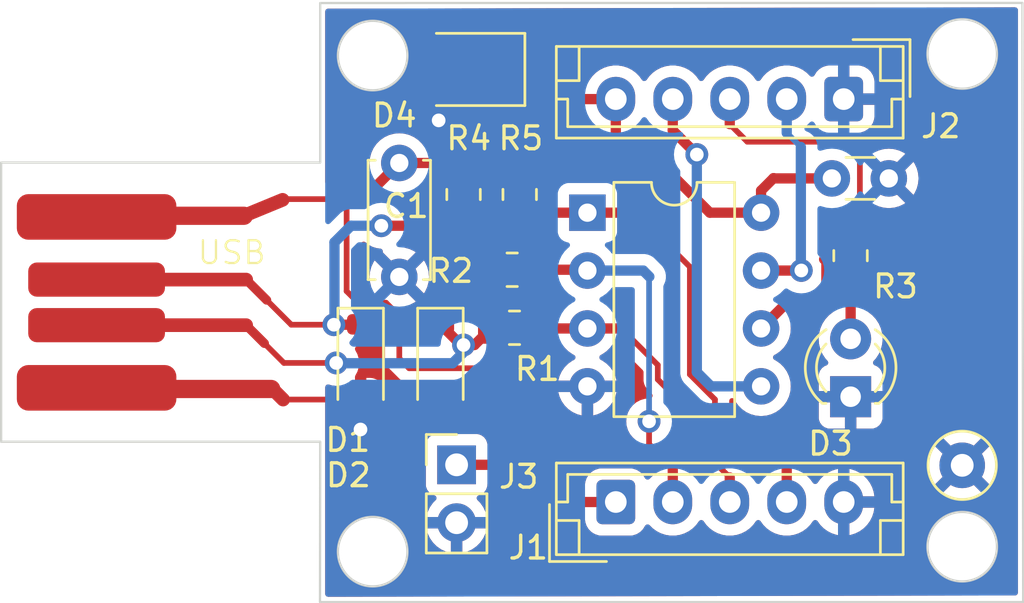
<source format=kicad_pcb>
(kicad_pcb (version 20240108) (generator "pcbnew") (generator_version "8.0")
  (title_block (title "Attinny USB") (date "2024-03-06") (rev "0.01") (company "Individual"))
  (layers (0 "F.Cu" signal) (31 "B.Cu" mixed) (34 "B.Paste" user) (35 "F.Paste" user) (36 "B.SilkS" user "B.Silkscreen") (37 "F.SilkS" user "F.Silkscreen") (38 "B.Mask" user) (39 "F.Mask" user) (44 "Edge.Cuts" user))
  (net 0 "")
  (net 1 "+5V")
  (net 2 "GND")
  (net 3 "Net-(D1-K)")
  (net 4 "Net-(D2-K)")
  (net 5 "Net-(D3-A)")
  (net 6 "Net-(J1-Pin_2)")
  (net 7 "Net-(J1-Pin_3)")
  (net 8 "Net-(J1-Pin_4)")
  (net 9 "Net-(J2-Pin_2)")
  (net 10 "Net-(J2-Pin_3)")
  (net 11 "Net-(J2-Pin_4)")
  (footprint "Connector_JST:JST_EH_B5B-EH-A_1x05_P2.50mm_Vertical" (layer "F.Cu") (at 163.62 88.88 180)
    (property "Reference" "J2" (at -4.26 -1.19 180) (layer "F.SilkS"))
    (property "Value" "Conn_01")
    (fp_line (start 12.61 2.31) (end 12.61 -1.71) (stroke (width 0.12)) (layer "F.SilkS"))
    (fp_line (start 12.61 0.81) (end 11.61 0.81) (stroke (width 0.12)) (layer "F.SilkS"))
    (fp_line (start 12.61 -1.71) (end -2.61 -1.71) (stroke (width 0.12)) (layer "F.SilkS"))
    (fp_line (start 12.11 0) (end 12.61 0) (stroke (width 0.12)) (layer "F.SilkS"))
    (fp_line (start 12.11 -1.21) (end 12.11 0) (stroke (width 0.12)) (layer "F.SilkS"))
    (fp_line (start 11.61 0.81) (end 11.61 2.31) (stroke (width 0.12)) (layer "F.SilkS"))
    (fp_line (start -1.61 0.81) (end -1.61 2.31) (stroke (width 0.12)) (layer "F.SilkS"))
    (fp_line (start -2.11 0) (end -2.11 -1.21) (stroke (width 0.12)) (layer "F.SilkS"))
    (fp_line (start -2.11 -1.21) (end 12.11 -1.21) (stroke (width 0.12)) (layer "F.SilkS"))
    (fp_line (start -2.61 2.31) (end 12.61 2.31) (stroke (width 0.12)) (layer "F.SilkS"))
    (fp_line (start -2.61 0.81) (end -1.61 0.81) (stroke (width 0.12)) (layer "F.SilkS"))
    (fp_line (start -2.61 0) (end -2.11 0) (stroke (width 0.12)) (layer "F.SilkS"))
    (fp_line (start -2.61 -1.71) (end -2.61 2.31) (stroke (width 0.12)) (layer "F.SilkS"))
    (fp_line (start -2.91 2.61) (end -0.41 2.61) (stroke (width 0.12)) (layer "F.SilkS"))
    (fp_line (start -2.91 0.11) (end -2.91 2.61) (stroke (width 0.12)) (layer "F.SilkS"))
    (pad "1" thru_hole roundrect (at 0 0 180) (size 1.7 1.95) (drill 0.95) (layers "*.Cu" "*.Mask") (roundrect_rratio 0.147059) (net 2 "GND"))
    (pad "2" thru_hole oval (at 2.5 0 180) (size 1.7 1.95) (drill 0.95) (layers "*.Cu" "*.Mask") (net 9 "Net-(J2-Pin_2)"))
    (pad "3" thru_hole oval (at 5 0 180) (size 1.7 1.95) (drill 0.95) (layers "*.Cu" "*.Mask") (net 10 "Net-(J2-Pin_3)"))
    (pad "4" thru_hole oval (at 7.5 0 180) (size 1.7 1.95) (drill 0.95) (layers "*.Cu" "*.Mask") (net 11 "Net-(J2-Pin_4)"))
    (pad "5" thru_hole oval (at 10 0 180) (size 1.7 1.95) (drill 0.95) (layers "*.Cu" "*.Mask") (net 1 "+5V"))
  )
  (footprint "TestPoint:TestPoint_Loop_D2.50mm_Drill1.0mm_LowProfile" (layer "F.Cu") (at 168.82 104.95)
    (property "Reference" "TP1" (hide yes))
    (property "Value" "TestPoint" (hide yes))
    (fp_circle (center 0 0) (end 1.5 0) (stroke (width 0.12)) (fill none) (layer "F.SilkS"))
    (pad "1" thru_hole circle (at 0 0) (size 2 2) (drill 1) (layers "*.Cu" "*.Mask") (net 2 "GND"))
  )
  (footprint "Diode_SMD:D_SOD-123" (layer "F.Cu") (at 145.9242 100.4144 -90)
    (property "Reference" "D2" (at 4.9702 4.0398 180) (layer "F.SilkS"))
    (property "Value" "3V6" (hide yes))
    (fp_line (start -2.36 1) (end 1.65 1) (stroke (width 0.12)) (layer "F.SilkS"))
    (fp_line (start -2.36 -1) (end -2.36 1) (stroke (width 0.12)) (layer "F.SilkS"))
    (fp_line (start -2.36 -1) (end 1.65 -1) (stroke (width 0.12)) (layer "F.SilkS"))
    (pad "1" smd roundrect (at -1.65 0 270) (size 0.9 1.2) (layers "F.Cu" "F.Paste" "F.Mask") (net 4 "Net-(D2-K)"))
    (pad "2" smd roundrect (at 1.65 0 270) (size 0.9 1.2) (layers "F.Cu" "F.Paste" "F.Mask") (net 2 "GND"))
  )
  (footprint "Resistor_SMD:R_0805_2012Metric_Pad1.20x1.40mm_HandSolder" (layer "F.Cu") (at 149.0726 96.3676 180)
    (property "Reference" "R2" (at 2.6924 -0.0508 0) (layer "F.SilkS"))
    (property "Value" "68R")
    (fp_line (start -0.227064 0.735) (end 0.227064 0.735) (stroke (width 0.12)) (layer "F.SilkS"))
    (fp_line (start -0.227064 -0.735) (end 0.227064 -0.735) (stroke (width 0.12)) (layer "F.SilkS"))
    (pad "1" smd roundrect (at -1 0 180) (size 1.2 1.4) (layers "F.Cu" "F.Paste" "F.Mask") (roundrect_rratio 0.208333) (net 6 "Net-(J1-Pin_2)"))
    (pad "2" smd roundrect (at 1 0 180) (size 1.2 1.4) (layers "F.Cu" "F.Paste" "F.Mask") (roundrect_rratio 0.208333) (net 3 "Net-(D1-K)"))
  )
  (footprint "Diode_SMD:D_1210_3225Metric" (layer "F.Cu") (at 147.3454 87.5792 180)
    (property "Reference" "D4" (at 3.4454 -2.0208 180) (layer "F.SilkS"))
    (property "Value" "1N4148")
    (fp_line (start 1.6 -1.585) (end -2.285 -1.585) (stroke (width 0.12)) (layer "F.SilkS"))
    (fp_line (start -2.285 1.585) (end 1.6 1.585) (stroke (width 0.12)) (layer "F.SilkS"))
    (fp_line (start -2.285 -1.585) (end -2.285 1.585) (stroke (width 0.12)) (layer "F.SilkS"))
    (pad "1" smd roundrect (at -1.4 0 180) (size 1.25 2.65) (layers "F.Cu" "F.Paste" "F.Mask") (roundrect_rratio 0.2) (net 1 "+5V"))
    (pad "2" smd roundrect (at 1.4 0 180) (size 1.25 2.65) (layers "F.Cu" "F.Paste" "F.Mask") (roundrect_rratio 0.2) (net 2 "GND"))
  )
  (footprint "Connector_PinHeader_2.54mm:PinHeader_1x02_P2.54mm_Vertical" (layer "F.Cu") (at 146.6342 104.9274)
    (property "Reference" "J3" (at 2.7258 0.5226 0) (layer "F.SilkS"))
    (property "Value" "Power")
    (fp_line (start -1.33 -1.33) (end 0 -1.33) (stroke (width 0.12)) (layer "F.SilkS"))
    (fp_line (start -1.33 0) (end -1.33 -1.33) (stroke (width 0.12)) (layer "F.SilkS"))
    (fp_line (start -1.33 1.27) (end -1.33 3.87) (stroke (width 0.12)) (layer "F.SilkS"))
    (fp_line (start -1.33 1.27) (end 1.33 1.27) (stroke (width 0.12)) (layer "F.SilkS"))
    (fp_line (start -1.33 3.87) (end 1.33 3.87) (stroke (width 0.12)) (layer "F.SilkS"))
    (fp_line (start 1.33 1.27) (end 1.33 3.87) (stroke (width 0.12)) (layer "F.SilkS"))
    (pad "1" thru_hole rect (at 0 0) (size 1.7 1.7) (drill 1) (layers "*.Cu" "*.Mask") (net 1 "+5V"))
    (pad "2" thru_hole oval (at 0 2.54) (size 1.7 1.7) (drill 1) (layers "*.Cu" "*.Mask") (net 2 "GND"))
  )
  (footprint "Resistor_SMD:R_0805_2012Metric_Pad1.20x1.40mm_HandSolder" (layer "F.Cu") (at 163.92 95.75 -90)
    (property "Reference" "R3" (at 1.3508 -1.9714 180) (layer "F.SilkS"))
    (property "Value" "330R")
    (fp_line (start -0.227064 0.735) (end 0.227064 0.735) (stroke (width 0.12)) (layer "F.SilkS"))
    (fp_line (start -0.227064 -0.735) (end 0.227064 -0.735) (stroke (width 0.12)) (layer "F.SilkS"))
    (pad "1" smd roundrect (at -1 0 270) (size 1.2 1.4) (layers "F.Cu" "F.Paste" "F.Mask") (roundrect_rratio 0.208333) (net 10 "Net-(J2-Pin_3)"))
    (pad "2" smd roundrect (at 1 0 270) (size 1.2 1.4) (layers "F.Cu" "F.Paste" "F.Mask") (roundrect_rratio 0.208333) (net 5 "Net-(D3-A)"))
  )
  (footprint "Capacitor_THT:C_Disc_D3.0mm_W1.6mm_P2.50mm" (layer "F.Cu") (at 163.1 92.36)
    (property "Reference" "C2" (hide yes))
    (property "Value" "C")
    (fp_line (start 0.621 -0.92) (end 1.879 -0.92) (stroke (width 0.12)) (layer "F.SilkS"))
    (fp_line (start 0.621 0.92) (end 1.879 0.92) (stroke (width 0.12)) (layer "F.SilkS"))
    (pad "1" thru_hole circle (at 0 0) (size 1.6 1.6) (drill 0.8) (layers "*.Cu" "*.Mask") (net 1 "+5V"))
    (pad "2" thru_hole circle (at 2.5 0) (size 1.6 1.6) (drill 0.8) (layers "*.Cu" "*.Mask") (net 2 "GND"))
  )
  (footprint "Resistor_SMD:R_0805_2012Metric_Pad1.20x1.40mm_HandSolder" (layer "F.Cu") (at 146.939 93.0656 -90)
    (property "Reference" "R4" (at -2.4638 -0.2286 180) (layer "F.SilkS"))
    (property "Value" "1K5" (hide yes))
    (fp_line (start -0.227064 0.735) (end 0.227064 0.735) (stroke (width 0.12)) (layer "F.SilkS"))
    (fp_line (start -0.227064 -0.735) (end 0.227064 -0.735) (stroke (width 0.12)) (layer "F.SilkS"))
    (pad "1" smd roundrect (at -1 0 270) (size 1.2 1.4) (layers "F.Cu" "F.Paste" "F.Mask") (roundrect_rratio 0.208333) (net 1 "+5V"))
    (pad "2" smd roundrect (at 1 0 270) (size 1.2 1.4) (layers "F.Cu" "F.Paste" "F.Mask") (roundrect_rratio 0.208333) (net 3 "Net-(D1-K)"))
  )
  (footprint "Resistor_SMD:R_0805_2012Metric_Pad1.20x1.40mm_HandSolder" (layer "F.Cu") (at 149.1742 98.9144 180)
    (property "Reference" "R1" (at -0.9988 -1.8078 0) (layer "F.SilkS"))
    (property "Value" "68R")
    (fp_line (start -0.227064 0.735) (end 0.227064 0.735) (stroke (width 0.12)) (layer "F.SilkS"))
    (fp_line (start -0.227064 -0.735) (end 0.227064 -0.735) (stroke (width 0.12)) (layer "F.SilkS"))
    (pad "1" smd roundrect (at -1 0 180) (size 1.2 1.4) (layers "F.Cu" "F.Paste" "F.Mask") (roundrect_rratio 0.208333) (net 7 "Net-(J1-Pin_3)"))
    (pad "2" smd roundrect (at 1 0 180) (size 1.2 1.4) (layers "F.Cu" "F.Paste" "F.Mask") (roundrect_rratio 0.208333) (net 4 "Net-(D2-K)"))
  )
  (footprint "Package_DIP:DIP-8_W7.62mm" (layer "F.Cu") (at 152.3742 93.8644)
    (property "Reference" "U1" (hide yes))
    (property "Value" "tiny85")
    (fp_line (start 1.16 -1.33) (end 1.16 8.95) (stroke (width 0.12)) (layer "F.SilkS"))
    (fp_line (start 1.16 8.95) (end 6.46 8.95) (stroke (width 0.12)) (layer "F.SilkS"))
    (fp_line (start 2.81 -1.33) (end 1.16 -1.33) (stroke (width 0.12)) (layer "F.SilkS"))
    (fp_line (start 6.46 -1.33) (end 4.81 -1.33) (stroke (width 0.12)) (layer "F.SilkS"))
    (fp_line (start 6.46 8.95) (end 6.46 -1.33) (stroke (width 0.12)) (layer "F.SilkS"))
    (fp_arc (start 4.81 -1.33) (mid 3.81 -0.33) (end 2.81 -1.33) (stroke (width 0.12)) (layer "F.SilkS"))
    (pad "1" thru_hole rect (at 0 0) (size 1.6 1.6) (drill 0.8) (layers "*.Cu" "*.Mask") (net 8 "Net-(J1-Pin_4)"))
    (pad "2" thru_hole oval (at 0 2.54) (size 1.6 1.6) (drill 0.8) (layers "*.Cu" "*.Mask") (net 6 "Net-(J1-Pin_2)"))
    (pad "3" thru_hole oval (at 0 5.08) (size 1.6 1.6) (drill 0.8) (layers "*.Cu" "*.Mask") (net 7 "Net-(J1-Pin_3)"))
    (pad "4" thru_hole oval (at 0 7.62) (size 1.6 1.6) (drill 0.8) (layers "*.Cu" "*.Mask") (net 2 "GND"))
    (pad "5" thru_hole oval (at 7.62 7.62) (size 1.6 1.6) (drill 0.8) (layers "*.Cu" "*.Mask") (net 11 "Net-(J2-Pin_4)"))
    (pad "6" thru_hole oval (at 7.62 5.08) (size 1.6 1.6) (drill 0.8) (layers "*.Cu" "*.Mask") (net 10 "Net-(J2-Pin_3)"))
    (pad "7" thru_hole oval (at 7.62 2.54) (size 1.6 1.6) (drill 0.8) (layers "*.Cu" "*.Mask") (net 9 "Net-(J2-Pin_2)"))
    (pad "8" thru_hole oval (at 7.62 0) (size 1.6 1.6) (drill 0.8) (layers "*.Cu" "*.Mask") (net 1 "+5V"))
  )
  (footprint "Diode_SMD:D_SOD-123" (layer "F.Cu") (at 142.4242 100.4144 -90)
    (property "Reference" "D1" (at 3.4208 0.5652 180) (layer "F.SilkS"))
    (property "Value" "3V6")
    (fp_line (start -2.36 1) (end 1.65 1) (stroke (width 0.12)) (layer "F.SilkS"))
    (fp_line (start -2.36 -1) (end -2.36 1) (stroke (width 0.12)) (layer "F.SilkS"))
    (fp_line (start -2.36 -1) (end 1.65 -1) (stroke (width 0.12)) (layer "F.SilkS"))
    (pad "1" smd roundrect (at -1.65 0 270) (size 0.9 1.2) (layers "F.Cu" "F.Paste" "F.Mask") (net 3 "Net-(D1-K)"))
    (pad "2" smd roundrect (at 1.65 0 270) (size 0.9 1.2) (layers "F.Cu" "F.Paste" "F.Mask") (net 2 "GND"))
  )
  (footprint "LED_THT:LED_D3.0mm" (layer "F.Cu") (at 163.9242 101.9394 90)
    (property "Reference" "D3" (at -2.0594 -0.8842 180) (layer "F.SilkS"))
    (property "Value" "LED")
    (fp_line (start -0.29 -1.236) (end -0.29 -1.08) (stroke (width 0.12)) (layer "F.SilkS"))
    (fp_line (start -0.29 1.08) (end -0.29 1.236) (stroke (width 0.12)) (layer "F.SilkS"))
    (fp_arc (start -0.29 -1.235516) (mid 1.366487 -1.987659) (end 2.942335 -1.078608) (stroke (width 0.12)) (layer "F.SilkS"))
    (fp_arc (start 0.229039 -1.08) (mid 1.270117 -1.5) (end 2.31113 -1.079837) (stroke (width 0.12)) (layer "F.SilkS"))
    (fp_arc (start 2.942335 1.078608) (mid 1.366487 1.987659) (end -0.29 1.235516) (stroke (width 0.12)) (layer "F.SilkS"))
    (fp_arc (start 2.31113 1.079837) (mid 1.270117 1.5) (end 0.229039 1.08) (stroke (width 0.12)) (layer "F.SilkS"))
    (pad "1" thru_hole rect (at 0 0 90) (size 1.8 1.8) (drill 0.9) (layers "*.Cu" "*.Mask") (net 2 "GND"))
    (pad "2" thru_hole circle (at 2.54 0 90) (size 1.8 1.8) (drill 0.9) (layers "*.Cu" "*.Mask") (net 5 "Net-(D3-A)"))
  )
  (footprint "Resistor_SMD:R_0805_2012Metric_Pad1.20x1.40mm_HandSolder" (layer "F.Cu") (at 149.4028 93.0656 -90)
    (property "Reference" "R5" (at -2.4638 -0.0508 180) (layer "F.SilkS"))
    (property "Value" "10K")
    (fp_line (start -0.227064 0.735) (end 0.227064 0.735) (stroke (width 0.12)) (layer "F.SilkS"))
    (fp_line (start -0.227064 -0.735) (end 0.227064 -0.735) (stroke (width 0.12)) (layer "F.SilkS"))
    (pad "1" smd roundrect (at -1 0 270) (size 1.2 1.4) (layers "F.Cu" "F.Paste" "F.Mask") (roundrect_rratio 0.208333) (net 1 "+5V"))
    (pad "2" smd roundrect (at 1 0 270) (size 1.2 1.4) (layers "F.Cu" "F.Paste" "F.Mask") (roundrect_rratio 0.208333) (net 8 "Net-(J1-Pin_4)"))
  )
  (footprint "Custom_foot:PCB_USB" (layer "F.Cu") (at 133.3775 97.83)
    (property "Reference" "U2" (hide yes))
    (property "Value" "~" (hide yes))
    (fp_text user "USB" (at 1.8225 -1.63 0) (layer "F.SilkS") (effects (font (thickness 0.1)) (justify left bottom)))
    (pad "1" smd roundrect (at -2.54 -3.78) (size 7 2) (layers "F.Cu" "F.Paste" "F.Mask") (net 1 "+5V"))
    (pad "2" smd roundrect (at -2.54 -1.03) (size 6 1.5) (layers "F.Cu" "F.Paste" "F.Mask") (net 3 "Net-(D1-K)"))
    (pad "3" smd roundrect (at -2.54 0.97) (size 6 1.5) (layers "F.Cu" "F.Paste" "F.Mask") (net 4 "Net-(D2-K)"))
    (pad "4" smd roundrect (at -2.54 3.72) (size 7 2) (layers "F.Cu" "F.Paste" "F.Mask") (net 2 "GND"))
  )
  (footprint "Connector_JST:JST_EH_B5B-EH-A_1x05_P2.50mm_Vertical" (layer "F.Cu") (at 153.62 106.56)
    (property "Reference" "J1" (at -3.84 2 0) (layer "F.SilkS"))
    (property "Value" "Conn_02")
    (fp_line (start -2.91 0.11) (end -2.91 2.61) (stroke (width 0.12)) (layer "F.SilkS"))
    (fp_line (start -2.91 2.61) (end -0.41 2.61) (stroke (width 0.12)) (layer "F.SilkS"))
    (fp_line (start -2.61 -1.71) (end -2.61 2.31) (stroke (width 0.12)) (layer "F.SilkS"))
    (fp_line (start -2.61 0) (end -2.11 0) (stroke (width 0.12)) (layer "F.SilkS"))
    (fp_line (start -2.61 0.81) (end -1.61 0.81) (stroke (width 0.12)) (layer "F.SilkS"))
    (fp_line (start -2.61 2.31) (end 12.61 2.31) (stroke (width 0.12)) (layer "F.SilkS"))
    (fp_line (start -2.11 -1.21) (end 12.11 -1.21) (stroke (width 0.12)) (layer "F.SilkS"))
    (fp_line (start -2.11 0) (end -2.11 -1.21) (stroke (width 0.12)) (layer "F.SilkS"))
    (fp_line (start -1.61 0.81) (end -1.61 2.31) (stroke (width 0.12)) (layer "F.SilkS"))
    (fp_line (start 11.61 0.81) (end 11.61 2.31) (stroke (width 0.12)) (layer "F.SilkS"))
    (fp_line (start 12.11 -1.21) (end 12.11 0) (stroke (width 0.12)) (layer "F.SilkS"))
    (fp_line (start 12.11 0) (end 12.61 0) (stroke (width 0.12)) (layer "F.SilkS"))
    (fp_line (start 12.61 -1.71) (end -2.61 -1.71) (stroke (width 0.12)) (layer "F.SilkS"))
    (fp_line (start 12.61 0.81) (end 11.61 0.81) (stroke (width 0.12)) (layer "F.SilkS"))
    (fp_line (start 12.61 2.31) (end 12.61 -1.71) (stroke (width 0.12)) (layer "F.SilkS"))
    (pad "1" thru_hole roundrect (at 0 0) (size 1.7 1.95) (drill 0.95) (layers "*.Cu" "*.Mask") (roundrect_rratio 0.147059) (net 1 "+5V"))
    (pad "2" thru_hole oval (at 2.5 0) (size 1.7 1.95) (drill 0.95) (layers "*.Cu" "*.Mask") (net 6 "Net-(J1-Pin_2)"))
    (pad "3" thru_hole oval (at 5 0) (size 1.7 1.95) (drill 0.95) (layers "*.Cu" "*.Mask") (net 7 "Net-(J1-Pin_3)"))
    (pad "4" thru_hole oval (at 7.5 0) (size 1.7 1.95) (drill 0.95) (layers "*.Cu" "*.Mask") (net 8 "Net-(J1-Pin_4)"))
    (pad "5" thru_hole oval (at 10 0) (size 1.7 1.95) (drill 0.95) (layers "*.Cu" "*.Mask") (net 2 "GND"))
  )
  (footprint "Capacitor_THT:C_Disc_D5.0mm_W2.5mm_P5.00mm" (layer "F.Cu") (at 144.1196 91.6832 -90)
    (property "Reference" "C1" (at 1.8904 -0.3048 0) (layer "F.SilkS"))
    (property "Value" "100nF")
    (fp_line (start -0.12 1.37) (end 5.12 1.37) (stroke (width 0.12)) (layer "F.SilkS"))
    (fp_line (start -0.12 1.055) (end -0.12 1.37) (stroke (width 0.12)) (layer "F.SilkS"))
    (fp_line (start 5.12 1.055) (end 5.12 1.37) (stroke (width 0.12)) (layer "F.SilkS"))
    (fp_line (start -0.12 -1.37) (end -0.12 -1.055) (stroke (width 0.12)) (layer "F.SilkS"))
    (fp_line (start -0.12 -1.37) (end 5.12 -1.37) (stroke (width 0.12)) (layer "F.SilkS"))
    (fp_line (start 5.12 -1.37) (end 5.12 -1.055) (stroke (width 0.12)) (layer "F.SilkS"))
    (pad "1" thru_hole circle (at 0 0 270) (size 1.6 1.6) (drill 0.8) (layers "*.Cu" "*.Mask") (net 1 "+5V"))
    (pad "2" thru_hole circle (at 5 0 270) (size 1.6 1.6) (drill 0.8) (layers "*.Cu" "*.Mask") (net 2 "GND"))
  )
  (gr_line (start 137.4 98.8) (end 138.2 99.6) (stroke (width 0.4)) (layer "F.Cu") (net 4))
  (gr_line (start 137.3 94) (end 139 93.3) (stroke (width 0.6)) (layer "F.Cu") (net 1))
  (gr_line (start 131.1 101.6) (end 138.5 101.6) (stroke (width 0.8)) (layer "F.Cu") (net 2))
  (gr_line (start 130.9 98.8) (end 137.4 98.8) (stroke (width 0.6)) (layer "F.Cu") (net 4))
  (gr_line (start 130.9 96.8) (end 137.4 96.8) (stroke (width 0.6)) (layer "F.Cu") (net 3))
  (gr_line (start 137.4 96.8) (end 138.3 97.7) (stroke (width 0.4)) (layer "F.Cu") (net 3))
  (gr_line (start 130.9 94) (end 137.3 94) (stroke (width 0.8)) (layer "F.Cu") (net 1))
  (gr_circle (center 142.9512 108.7374) (end 144.476046 108.7374) (stroke (width 0.1)) (fill none) (layer "Edge.Cuts"))
  (gr_circle (center 168.82 86.9) (end 170.344 86.8492) (stroke (width 0.1)) (fill none) (layer "Edge.Cuts"))
  (gr_circle (center 168.82 108.52) (end 170.344846 108.52) (stroke (width 0.1)) (fill none) (layer "Edge.Cuts"))
  (gr_poly (pts (xy 126.648752 91.664406) (xy 140.648752 91.664406) (xy 140.648752 84.664406) (xy 171.46 84.66) (xy 171.494552 110.950006) (xy 140.64 110.95) (xy 140.648752 103.914406) (xy 126.648752 103.914406)) (stroke (width 0.1)) (fill none) (layer "Edge.Cuts"))
  (gr_circle (center 142.9512 86.9696) (end 144.4752 86.9188) (stroke (width 0.1)) (fill none) (layer "Edge.Cuts"))
  (segment (start 138.9888 93.2688) (end 141.6558 93.2688) (width 0.25) (layer "F.Cu") (net 1))
  (segment (start 153.62 88.88) (end 153.62 90.61) (width 0.45) (layer "F.Cu") (net 1))
  (segment (start 144.12 98.4) (end 143.5354 97.8154) (width 0.25) (layer "F.Cu") (net 1))
  (segment (start 146.939 92.0656) (end 148.8329 90.1717) (width 0.45) (layer "F.Cu") (net 1))
  (segment (start 150.7092 87.5792) (end 152.01 88.88) (width 0.45) (layer "F.Cu") (net 1))
  (segment (start 141.8082 97.3082) (end 141.8082 93.4212) (width 0.25) (layer "F.Cu") (net 1))
  (segment (start 153.62 106.56) (end 151.91 106.56) (width 0.45) (layer "F.Cu") (net 1))
  (segment (start 143.5354 97.8154) (end 142.3154 97.8154) (width 0.25) (layer "F.Cu") (net 1))
  (segment (start 148.364 104.93) (end 148.3614 104.9274) (width 0.25) (layer "F.Cu") (net 1))
  (segment (start 148.69 100.69) (end 144.5504 100.69) (width 0.25) (layer "F.Cu") (net 1))
  (segment (start 141.6558 93.2688) (end 142.534 93.2688) (width 0.45) (layer "F.Cu") (net 1))
  (segment (start 148.8329 90.1717) (end 148.8329 87.5792) (width 0.45) (layer "F.Cu") (net 1))
  (segment (start 142.3154 97.8154) (end 141.8082 97.3082) (width 0.25) (layer "F.Cu") (net 1))
  (segment (start 144.12 100.2596) (end 144.12 98.4) (width 0.25) (layer "F.Cu") (net 1))
  (segment (start 154.5 91.49) (end 155.371 91.49) (width 0.45) (layer "F.Cu") (net 1))
  (segment (start 160.55 92.36) (end 163.1 92.36) (width 0.45) (layer "F.Cu") (net 1))
  (segment (start 149.4028 92.0656) (end 146.939 92.0656) (width 0.45) (layer "F.Cu") (net 1))
  (segment (start 146.939 92.0656) (end 146.5566 91.6832) (width 0.45) (layer "F.Cu") (net 1))
  (segment (start 142.534 93.2688) (end 144.1196 91.6832) (width 0.45) (layer "F.Cu") (net 1))
  (segment (start 148.8329 87.5792) (end 150.7092 87.5792) (width 0.45) (layer "F.Cu") (net 1))
  (segment (start 159.9942 92.8958) (end 160.54 92.35) (width 0.45) (layer "F.Cu") (net 1))
  (segment (start 144.5504 100.69) (end 144.12 100.2596) (width 0.25) (layer "F.Cu") (net 1))
  (segment (start 155.371 91.49) (end 157.7454 93.8644) (width 0.45) (layer "F.Cu") (net 1))
  (segment (start 148.3614 104.9274) (end 149.2758 104.013) (width 0.45) (layer "F.Cu") (net 1))
  (segment (start 149.2758 101.2758) (end 148.69 100.69) (width 0.25) (layer "F.Cu") (net 1))
  (segment (start 153.62 90.61) (end 154.5 91.49) (width 0.45) (layer "F.Cu") (net 1))
  (segment (start 157.7454 93.8644) (end 159.9942 93.8644) (width 0.45) (layer "F.Cu") (net 1))
  (segment (start 149.2758 104.013) (end 149.2758 101.2758) (width 0.25) (layer "F.Cu") (net 1))
  (segment (start 146.6342 104.9274) (end 148.3614 104.9274) (width 0.45) (layer "F.Cu") (net 1))
  (segment (start 141.8082 93.4212) (end 141.6558 93.2688) (width 0.25) (layer "F.Cu") (net 1))
  (segment (start 152.01 88.88) (end 153.62 88.88) (width 0.45) (layer "F.Cu") (net 1))
  (segment (start 146.5566 91.6832) (end 144.1196 91.6832) (width 0.45) (layer "F.Cu") (net 1))
  (segment (start 151.91 106.56) (end 150.28 104.93) (width 0.25) (layer "F.Cu") (net 1))
  (segment (start 159.9942 93.8644) (end 159.9942 92.8958) (width 0.45) (layer "F.Cu") (net 1))
  (segment (start 160.54 92.35) (end 160.55 92.36) (width 0.45) (layer "F.Cu") (net 1))
  (segment (start 150.28 104.93) (end 148.364 104.93) (width 0.45) (layer "F.Cu") (net 1))
  (segment (start 145.8579 87.5792) (end 145.8579 89.8033) (width 0.6) (layer "F.Cu") (net 2))
  (segment (start 142.4242 103.3716) (end 142.4178 103.378) (width 0.25) (layer "F.Cu") (net 2))
  (segment (start 139.0214 102.0644) (end 138.557 101.6) (width 0.6) (layer "F.Cu") (net 2))
  (segment (start 131.1098 101.6) (end 130.9242 101.4144) (width 0.25) (layer "F.Cu") (net 2))
  (segment (start 145.9242 102.0644) (end 142.4242 102.0644) (width 0.45) (layer "F.Cu") (net 2))
  (segment (start 142.4242 102.0644) (end 142.4242 103.3716) (width 0.6) (layer "F.Cu") (net 2))
  (segment (start 142.4242 102.0644) (end 139.0214 102.0644) (width 0.25) (layer "F.Cu") (net 2))
  (segment (start 145.8579 89.8033) (end 145.8468 89.8144) (width 0.25) (layer "F.Cu") (net 2))
  (via (at 142.4178 103.378) (size 1) (drill 0.6) (layers "F.Cu" "B.Cu") (net 2))
  (via (at 145.8468 89.8144) (size 1) (drill 0.6) (layers "F.Cu" "B.Cu") (net 2))
  (segment (start 146.9804 95.2754) (end 148.0726 96.3676) (width 0.45) (layer "F.Cu") (net 3))
  (segment (start 146.939 94.0656) (end 144.9738 94.0656) (width 0.45) (layer "F.Cu") (net 3))
  (segment (start 139.3806 98.7806) (end 138.3 97.7) (width 0.25) (layer "F.Cu") (net 3))
  (segment (start 142.408 98.7806) (end 142.4242 98.7644) (width 0.25) (layer "F.Cu") (net 3))
  (segment (start 144.9738 94.0656) (end 144.6022 94.4372) (width 0.45) (layer "F.Cu") (net 3))
  (segment (start 141.2494 98.7806) (end 142.408 98.7806) (width 0.45) (layer "F.Cu") (net 3))
  (segment (start 146.939 95.2754) (end 146.9804 95.2754) (width 0.25) (layer "F.Cu") (net 3))
  (segment (start 141.2494 98.7806) (end 139.3806 98.7806) (width 0.25) (layer "F.Cu") (net 3))
  (segment (start 146.939 94.0656) (end 146.939 95.2754) (width 0.45) (layer "F.Cu") (net 3))
  (segment (start 144.6022 94.4372) (end 143.3322 94.4372) (width 0.45) (layer "F.Cu") (net 3))
  (via (at 143.3322 94.4372) (size 1) (drill 0.6) (layers "F.Cu" "B.Cu") (net 3))
  (via (at 141.2494 98.7806) (size 1) (drill 0.6) (layers "F.Cu" "B.Cu") (net 3))
  (segment (start 143.3322 94.4372) (end 142.0028 94.4372) (width 0.45) (layer "B.Cu") (net 3))
  (segment (start 141.2748 95.1652) (end 141.2748 98.7552) (width 0.45) (layer "B.Cu") (net 3))
  (segment (start 141.2748 98.7552) (end 141.2494 98.7806) (width 0.25) (layer "B.Cu") (net 3))
  (segment (start 142.0028 94.4372) (end 141.2748 95.1652) (width 0.45) (layer "B.Cu") (net 3))
  (segment (start 141.351 100.457) (end 139.057 100.457) (width 0.25) (layer "F.Cu") (net 4))
  (segment (start 139.057 100.457) (end 138.2 99.6) (width 0.25) (layer "F.Cu") (net 4))
  (segment (start 146.8294 99.6696) (end 145.9242 98.7644) (width 0.45) (layer "F.Cu") (net 4))
  (segment (start 146.939 99.6696) (end 146.8294 99.6696) (width 0.25) (layer "F.Cu") (net 4))
  (segment (start 146.939 99.6696) (end 147.419 99.6696) (width 0.45) (layer "F.Cu") (net 4))
  (segment (start 147.419 99.6696) (end 148.1742 98.9144) (width 0.45) (layer "F.Cu") (net 4))
  (via (at 141.351 100.457) (size 1) (drill 0.6) (layers "F.Cu" "B.Cu") (net 4))
  (via (at 146.939 99.6696) (size 1) (drill 0.6) (layers "F.Cu" "B.Cu") (net 4))
  (segment (start 146.939 99.991) (end 146.46 100.47) (width 0.45) (layer "B.Cu") (net 4))
  (segment (start 146.939 99.6696) (end 146.939 99.991) (width 0.25) (layer "B.Cu") (net 4))
  (segment (start 146.46 100.47) (end 141.364 100.47) (width 0.45) (layer "B.Cu") (net 4))
  (segment (start 141.364 100.47) (end 141.351 100.457) (width 0.25) (layer "B.Cu") (net 4))
  (segment (start 163.92 96.75) (end 163.9242 96.7542) (width 0.25) (layer "F.Cu") (net 5))
  (segment (start 163.9242 96.7542) (end 163.9242 99.3994) (width 0.45) (layer "F.Cu") (net 5))
  (segment (start 152.3374 96.3676) (end 152.3742 96.4044) (width 0.25) (layer "F.Cu") (net 6))
  (segment (start 155.08 104.02) (end 156.12 105.06) (width 0.25) (layer "F.Cu") (net 6))
  (segment (start 156.12 105.06) (end 156.12 106.56) (width 0.45) (layer "F.Cu") (net 6))
  (segment (start 150.0726 96.3676) (end 152.3374 96.3676) (width 0.45) (layer "F.Cu") (net 6))
  (segment (start 155.08 103.02) (end 155.08 104.02) (width 0.25) (layer "F.Cu") (net 6))
  (via (at 155.08 103.02) (size 1) (drill 0.6) (layers "F.Cu" "B.Cu") (net 6))
  (segment (start 155.08 103.02) (end 155.08 96.6848) (width 0.25) (layer "B.Cu") (net 6))
  (segment (start 155.08 96.6848) (end 155.0924 96.6724) (width 0.25) (layer "B.Cu") (net 6))
  (segment (start 154.8244 96.4044) (end 155.0924 96.6724) (width 0.45) (layer "B.Cu") (net 6))
  (segment (start 152.3742 96.4044) (end 154.8244 96.4044) (width 0.45) (layer "B.Cu") (net 6))
  (segment (start 150.2042 98.9444) (end 150.1742 98.9144) (width 0.25) (layer "F.Cu") (net 7))
  (segment (start 158.62 105.48) (end 156.82 103.68) (width 0.25) (layer "F.Cu") (net 7))
  (segment (start 153.8592 98.9444) (end 155.4626 100.5478) (width 0.25) (layer "F.Cu") (net 7))
  (segment (start 152.3742 98.9444) (end 153.8592 98.9444) (width 0.45) (layer "F.Cu") (net 7))
  (segment (start 156.82 103.68) (end 156.82 102.54) (width 0.25) (layer "F.Cu") (net 7))
  (segment (start 158.62 106.56) (end 158.62 105.48) (width 0.45) (layer "F.Cu") (net 7))
  (segment (start 152.3742 98.9444) (end 150.2042 98.9444) (width 0.45) (layer "F.Cu") (net 7))
  (segment (start 155.4626 101.1826) (end 156.82 102.54) (width 0.25) (layer "F.Cu") (net 7))
  (segment (start 155.4626 100.5478) (end 155.4626 101.1826) (width 0.25) (layer "F.Cu") (net 7))
  (segment (start 161.12 106.56) (end 161.12 104.93) (width 0.45) (layer "F.Cu") (net 8))
  (segment (start 161.12 104.93) (end 160.03 103.84) (width 0.25) (layer "F.Cu") (net 8))
  (segment (start 157.97 103.15) (end 157.97 102.06) (width 0.25) (layer "F.Cu") (net 8))
  (segment (start 156.8704 100.9604) (end 156.8704 96.2406) (width 0.25) (layer "F.Cu") (net 8))
  (segment (start 160.03 103.84) (end 158.66 103.84) (width 0.25) (layer "F.Cu") (net 8))
  (segment (start 158.66 103.84) (end 157.97 103.15) (width 0.25) (layer "F.Cu") (net 8))
  (segment (start 156.8704 96.2406) (end 154.4942 93.8644) (width 0.25) (layer "F.Cu") (net 8))
  (segment (start 149.604 93.8644) (end 152.3742 93.8644) (width 0.45) (layer "F.Cu") (net 8))
  (segment (start 152.3742 93.8644) (end 154.4942 93.8644) (width 0.45) (layer "F.Cu") (net 8))
  (segment (start 157.97 102.06) (end 156.8704 100.9604) (width 0.25) (layer "F.Cu") (net 8))
  (segment (start 149.4028 94.0656) (end 149.604 93.8644) (width 0.25) (layer "F.Cu") (net 8))
  (segment (start 159.9942 96.4044) (end 161.7556 96.4044) (width 0.45) (layer "F.Cu") (net 9))
  (via (at 161.76 96.4) (size 1) (drill 0.6) (layers "F.Cu" "B.Cu") (net 9))
  (segment (start 161.12 88.88) (end 161.12 90.36) (width 0.45) (layer "B.Cu") (net 9))
  (segment (start 161.74 90.98) (end 161.74 96.38) (width 0.45) (layer "B.Cu") (net 9))
  (segment (start 161.74 96.38) (end 161.76 96.4) (width 0.25) (layer "B.Cu") (net 9))
  (segment (start 161.12 90.36) (end 161.74 90.98) (width 0.25) (layer "B.Cu") (net 9))
  (segment (start 162.13 97.62) (end 161.3186 97.62) (width 0.25) (layer "F.Cu") (net 10))
  (segment (start 162.76 95.91) (end 162.76 96.93) (width 0.25) (layer "F.Cu") (net 10))
  (segment (start 163.69 90.75) (end 164.33 91.39) (width 0.25) (layer "F.Cu") (net 10))
  (segment (start 163.92 94.75) (end 163.92 93.71) (width 0.45) (layer "F.Cu") (net 10))
  (segment (start 158.62 89.98) (end 159.39 90.75) (width 0.25) (layer "F.Cu") (net 10))
  (segment (start 159.39 90.75) (end 163.69 90.75) (width 0.25) (layer "F.Cu") (net 10))
  (segment (start 161.3186 97.62) (end 159.9942 98.9444) (width 0.45) (layer "F.Cu") (net 10))
  (segment (start 163.92 94.75) (end 162.76 95.91) (width 0.45) (layer "F.Cu") (net 10))
  (segment (start 162.79 96.96) (end 162.13 97.62) (width 0.25) (layer "F.Cu") (net 10))
  (segment (start 164.33 93.3) (end 163.92 93.71) (width 0.25) (layer "F.Cu") (net 10))
  (segment (start 164.33 91.39) (end 164.33 93.3) (width 0.25) (layer "F.Cu") (net 10))
  (segment (start 162.76 96.93) (end 162.79 96.96) (width 0.25) (layer "F.Cu") (net 10))
  (segment (start 158.62 88.88) (end 158.62 89.98) (width 0.45) (layer "F.Cu") (net 10))
  (segment (start 156.12 88.88) (end 156.12 90.2578) (width 0.45) (layer "F.Cu") (net 11))
  (segment (start 156.12 90.2578) (end 157.1752 91.313) (width 0.45) (layer "F.Cu") (net 11))
  (via (at 157.1752 91.313) (size 1) (drill 0.6) (layers "F.Cu" "B.Cu") (net 11))
  (segment (start 157.8242 101.4844) (end 159.9942 101.4844) (width 0.45) (layer "B.Cu") (net 11))
  (segment (start 157.1752 91.313) (end 157.1752 100.8634) (width 0.45) (layer "B.Cu") (net 11))
  (segment (start 157.8102 101.4984) (end 157.8242 101.4844) (width 0.25) (layer "B.Cu") (net 11))
  (segment (start 157.1752 100.8634) (end 157.8102 101.4984) (width 0.45) (layer "B.Cu") (net 11))
  (zone (net 2) (net_name "GND") (layers "F&B.Cu") (connect_pads (clearance 0.5)) (min_thickness 0.25) (fill yes (thermal_gap 0.5) (thermal_bridge_width 0.5) (smoothing chamfer))
    (polygon (pts (xy 140.8684 84.9122) (xy 171.2654 84.8522) (xy 171.2654 110.6586) (xy 140.8684 110.7186)))
  )
)
</source>
